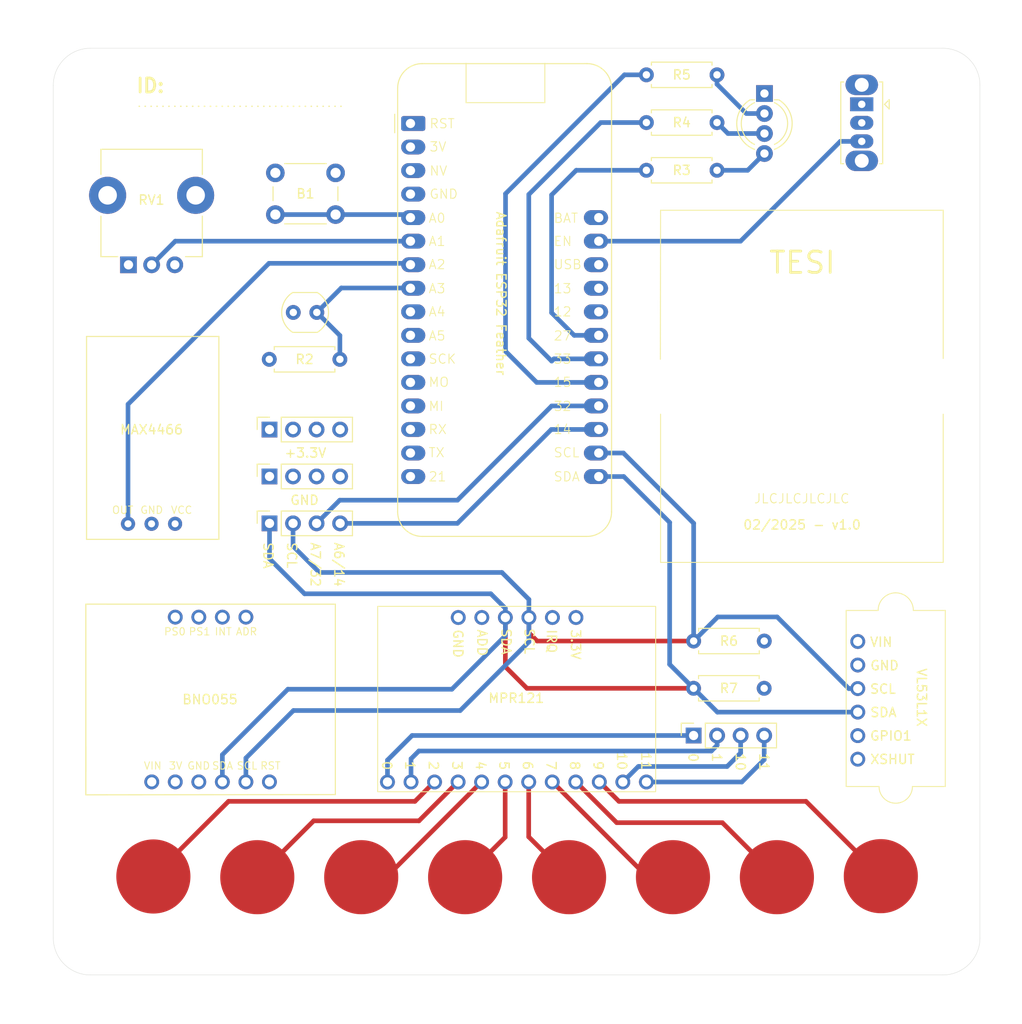
<source format=kicad_pcb>
(kicad_pcb (version 20240108) (generator "pcbnew") (generator_version "8.0")
  (layers (0 "F.Cu" signal) (31 "B.Cu" signal) (34 "B.Paste" user) (35 "F.Paste" user) (36 "B.SilkS" user "B.Silkscreen") (37 "F.SilkS" user "F.Silkscreen") (38 "B.Mask" user) (39 "F.Mask" user) (44 "Edge.Cuts" user))
  (net 0 "")
  (net 2 "Net-(A2-I34{slash}A2)")
  (net 9 "Net-(A2-A9{slash}IO33)")
  (net 10 "+3.3V")
  (net 13 "Net-(A2-A8{slash}IO15)")
  (net 15 "Net-(A2-A10{slash}IO27)")
  (net 16 "Net-(A2-EN)")
  (net 19 "Net-(D1-RK)")
  (net 20 "Net-(D1-BK)")
  (net 21 "SDA")
  (net 22 "SCL")
  (net 23 "Net-(D1-GK)")
  (net 24 "GND")
  (net 27 "Net-(A2-DAC1{slash}A1)")
  (net 28 "Net-(A2-I39{slash}A3)")
  (net 29 "Net-(U3-ELE2)")
  (net 30 "Net-(U3-ELE3)")
  (net 31 "Net-(U3-LED0{slash}ELE4)")
  (net 32 "Net-(U3-LED1{slash}ELE5)")
  (net 33 "Net-(U3-LED2{slash}ELE6)")
  (net 34 "Net-(U3-LED3{slash}ELE7)")
  (net 41 "Net-(J4-Pin_1)")
  (net 42 "Net-(J4-Pin_2)")
  (net 43 "Net-(J4-Pin_3)")
  (net 44 "Net-(J4-Pin_4)")
  (net 45 "Net-(U3-LED4{slash}ELE8)")
  (net 46 "Net-(U3-LED5{slash}ELE9)")
  (net 49 "Net-(A2-DAC2{slash}A0)")
  (net 50 "Net-(A2-A6{slash}IO14)")
  (net 53 "Net-(A2-A7{slash}IO32)")
  (footprint "Resistor_THT:R_Axial_DIN0207_L6.3mm_D2.5mm_P7.62mm_Horizontal" (layer "F.Cu") (at 122.283759 41.140485 180)
    (property "Reference" "R4" (at 3.81 0 0) (layer "F.SilkS"))
    (property "Value" "220Ω")
    (pad "1" thru_hole circle (at 0 0 180) (size 1.6 1.6) (drill 0.8) (layers "*.Cu" "*.Mask") (net 23 "Net-(D1-GK)"))
    (pad "2" thru_hole oval (at 7.62 0 180) (size 1.6 1.6) (drill 0.8) (layers "*.Cu" "*.Mask") (net 9 "Net-(A2-A9{slash}IO33)"))
  )
  (footprint "tesi:Adafruit ESP32 Feather" (layer "F.Cu") (at 89.203759 41.240485)
    (property "Reference" "A2" (hide yes))
    (property "Value" "Adafruit Feather HUZZAH32" (hide yes))
    (fp_text user "13" (at 15.4 18.4 0) (layer "F.SilkS") (effects (font (thickness 0.1)) (justify left bottom)))
    (fp_text user "SCK" (at 1.9 26 0) (layer "F.SilkS") (effects (font (thickness 0.1)) (justify left bottom)))
    (fp_text user "21" (at 1.9 38.7 0) (layer "F.SilkS") (effects (font (thickness 0.1)) (justify left bottom)))
    (fp_text user "12" (at 15.4 20.9 0) (layer "F.SilkS") (effects (font (thickness 0.1)) (justify left bottom)))
    (fp_text user "A3" (at 1.9 18.4 0) (layer "F.SilkS") (effects (font (thickness 0.1)) (justify left bottom)))
    (fp_text user "3V" (at 2 3.1 0) (layer "F.SilkS") (effects (font (thickness 0.1)) (justify left bottom)))
    (fp_text user "TX" (at 1.9 36.1 0) (layer "F.SilkS") (effects (font (thickness 0.1)) (justify left bottom)))
    (fp_text user "A2" (at 1.9 15.8 0) (layer "F.SilkS") (effects (font (thickness 0.1)) (justify left bottom)))
    (fp_text user "SDA" (at 15.4 38.7 0) (layer "F.SilkS") (effects (font (thickness 0.1)) (justify left bottom)))
    (fp_text user "A4" (at 1.9 20.9 0) (layer "F.SilkS") (effects (font (thickness 0.1)) (justify left bottom)))
    (fp_text user "A5" (at 1.9 23.5 0) (layer "F.SilkS") (effects (font (thickness 0.1)) (justify left bottom)))
    (fp_text user "USB" (at 15.4 15.8 0) (layer "F.SilkS") (effects (font (thickness 0.1)) (justify left bottom)))
    (fp_text user "14" (at 15.4 33.6 0) (layer "F.SilkS") (effects (font (thickness 0.1)) (justify left bottom)))
    (fp_text user "A0" (at 1.9 10.8 0) (layer "F.SilkS") (effects (font (thickness 0.1)) (justify left bottom)))
    (fp_text user "33" (at 15.4 26 0) (layer "F.SilkS") (effects (font (thickness 0.1)) (justify left bottom)))
    (fp_text user "SCL" (at 15.4 36.1 0) (layer "F.SilkS") (effects (font (thickness 0.1)) (justify left bottom)))
    (fp_text user "27" (at 15.4 23.5 0) (layer "F.SilkS") (effects (font (thickness 0.1)) (justify left bottom)))
    (fp_text user "32" (at 15.4 31.1 0) (layer "F.SilkS") (effects (font (thickness 0.1)) (justify left bottom)))
    (fp_text user "BAT" (at 15.4 10.8 0) (layer "F.SilkS") (effects (font (thickness 0.1)) (justify left bottom)))
    (fp_text user "GND" (at 2 8.2 0) (layer "F.SilkS") (effects (font (thickness 0.1)) (justify left bottom)))
    (fp_text user "RST" (at 2 0.6 0) (layer "F.SilkS") (effects (font (thickness 0.1)) (justify left bottom)))
    (fp_text user "NV" (at 2 5.7 0) (layer "F.SilkS") (effects (font (thickness 0.1)) (justify left bottom)))
    (fp_text user "MI" (at 1.9 31.1 0) (layer "F.SilkS") (effects (font (thickness 0.1)) (justify left bottom)))
    (fp_text user "A1" (at 1.9 13.3 0) (layer "F.SilkS") (effects (font (thickness 0.1)) (justify left bottom)))
    (fp_text user "RX" (at 1.9 33.6 0) (layer "F.SilkS") (effects (font (thickness 0.1)) (justify left bottom)))
    (fp_text user "15" (at 15.4 28.5 0) (layer "F.SilkS") (effects (font (thickness 0.1)) (justify left bottom)))
    (fp_text user "EN" (at 15.4 13.3 0) (layer "F.SilkS") (effects (font (thickness 0.1)) (justify left bottom)))
    (fp_text user "MO" (at 1.9 28.5 0) (layer "F.SilkS") (effects (font (thickness 0.1)) (justify left bottom)))
    (pad "1" thru_hole roundrect (at 0 0) (size 2.6 1.6) (drill 1 (offset 0.3 0)) (layers "*.Cu" "*.Mask") (roundrect_rratio 0.15625))
    (pad "2" thru_hole oval (at 0 2.54) (size 2.6 1.6) (drill 1 (offset 0.3 0)) (layers "*.Cu" "*.Mask") (net 10 "+3.3V"))
    (pad "3" thru_hole oval (at 0 5.08) (size 2.6 1.6) (drill 1 (offset 0.3 0)) (layers "*.Cu" "*.Mask"))
    (pad "4" thru_hole oval (at 0 7.62) (size 2.6 1.6) (drill 1 (offset 0.3 0)) (layers "*.Cu" "*.Mask") (net 24 "GND"))
    (pad "5" thru_hole oval (at 0 10.16) (size 2.6 1.6) (drill 1 (offset 0.3 0)) (layers "*.Cu" "*.Mask") (net 49 "Net-(A2-DAC2{slash}A0)"))
    (pad "6" thru_hole oval (at 0 12.7) (size 2.6 1.6) (drill 1 (offset 0.3 0)) (layers "*.Cu" "*.Mask") (net 27 "Net-(A2-DAC1{slash}A1)"))
    (pad "7" thru_hole oval (at 0 15.24) (size 2.6 1.6) (drill 1 (offset 0.3 0)) (layers "*.Cu" "*.Mask") (net 2 "Net-(A2-I34{slash}A2)"))
    (pad "8" thru_hole oval (at 0 17.78) (size 2.6 1.6) (drill 1 (offset 0.3 0)) (layers "*.Cu" "*.Mask") (net 28 "Net-(A2-I39{slash}A3)"))
    (pad "9" thru_hole oval (at 0 20.32) (size 2.6 1.6) (drill 1 (offset 0.3 0)) (layers "*.Cu" "*.Mask"))
    (pad "10" thru_hole oval (at 0 22.86) (size 2.6 1.6) (drill 1 (offset 0.3 0)) (layers "*.Cu" "*.Mask"))
    (pad "11" thru_hole oval (at 0 25.4) (size 2.6 1.6) (drill 1 (offset 0.3 0)) (layers "*.Cu" "*.Mask"))
    (pad "12" thru_hole oval (at 0 27.94) (size 2.6 1.6) (drill 1 (offset 0.3 0)) (layers "*.Cu" "*.Mask"))
    (pad "13" thru_hole oval (at 0 30.48) (size 2.6 1.6) (drill 1 (offset 0.3 0)) (layers "*.Cu" "*.Mask"))
    (pad "14" thru_hole oval (at 0 33.02) (size 2.6 1.6) (drill 1 (offset 0.3 0)) (layers "*.Cu" "*.Mask"))
    (pad "15" thru_hole oval (at 0 35.56) (size 2.6 1.6) (drill 1 (offset 0.3 0)) (layers "*.Cu" "*.Mask"))
    (pad "16" thru_hole oval (at 0 38.1) (size 2.6 1.6) (drill 1 (offset 0.3 0)) (layers "*.Cu" "*.Mask"))
    (pad "17" thru_hole oval (at 20.32 38.1 180) (size 2.6 1.6) (drill 1 (offset 0.3 0)) (layers "*.Cu" "*.Mask") (net 21 "SDA"))
    (pad "18" thru_hole oval (at 20.32 35.56 180) (size 2.6 1.6) (drill 1 (offset 0.3 0)) (layers "*.Cu" "*.Mask") (net 22 "SCL"))
    (pad "19" thru_hole oval (at 20.32 33.02 180) (size 2.6 1.6) (drill 1 (offset 0.3 0)) (layers "*.Cu" "*.Mask") (net 50 "Net-(A2-A6{slash}IO14)"))
    (pad "20" thru_hole oval (at 20.32 30.48 180) (size 2.6 1.6) (drill 1 (offset 0.3 0)) (layers "*.Cu" "*.Mask") (net 53 "Net-(A2-A7{slash}IO32)"))
    (pad "21" thru_hole oval (at 20.32 27.94 180) (size 2.6 1.6) (drill 1 (offset 0.3 0)) (layers "*.Cu" "*.Mask") (net 13 "Net-(A2-A8{slash}IO15)"))
    (pad "22" thru_hole oval (at 20.32 25.4 180) (size 2.6 1.6) (drill 1 (offset 0.3 0)) (layers "*.Cu" "*.Mask") (net 9 "Net-(A2-A9{slash}IO33)"))
    (pad "23" thru_hole oval (at 20.32 22.86 180) (size 2.6 1.6) (drill 1 (offset 0.3 0)) (layers "*.Cu" "*.Mask") (net 15 "Net-(A2-A10{slash}IO27)"))
    (pad "24" thru_hole oval (at 20.32 20.32 180) (size 2.6 1.6) (drill 1 (offset 0.3 0)) (layers "*.Cu" "*.Mask"))
    (pad "25" thru_hole oval (at 20.32 17.78 180) (size 2.6 1.6) (drill 1 (offset 0.3 0)) (layers "*.Cu" "*.Mask"))
    (pad "26" thru_hole oval (at 20.32 15.24 180) (size 2.6 1.6) (drill 1 (offset 0.3 0)) (layers "*.Cu" "*.Mask"))
    (pad "27" thru_hole oval (at 20.32 12.7 180) (size 2.6 1.6) (drill 1 (offset 0.3 0)) (layers "*.Cu" "*.Mask") (net 16 "Net-(A2-EN)"))
    (pad "28" thru_hole oval (at 20.32 10.16 180) (size 2.6 1.6) (drill 1 (offset 0.3 0)) (layers "*.Cu" "*.Mask"))
  )
  (footprint "tesi:TouchPad - 4.0mm" (layer "F.Cu") (at 61.461335 122.498532 180)
    (property "Reference" "TP1" (hide yes))
    (property "Value" "TestPoint")
    (pad "1" smd circle (at 0 0 180) (size 8 8) (layers "F.Cu" "F.Mask") (net 29 "Net-(U3-ELE2)"))
  )
  (footprint "tesi:BNO055" (layer "F.Cu") (at 54.173459 93.239108)
    (property "Reference" "U2" (hide yes))
    (property "Value" "BNO055" (at 13.4003 10.16 180) (layer "F.SilkS"))
    (fp_text user "PS1" (at 11.049 3.302 0) (layer "F.SilkS") (effects (font (size 0.8 0.8) (thickness 0.1)) (justify left bottom)))
    (fp_text user "PS0" (at 8.382 3.302 0) (layer "F.SilkS") (effects (font (size 0.8 0.8) (thickness 0.1)) (justify left bottom)))
    (fp_text user "SDA" (at 13.5636 17.78 0) (layer "F.SilkS") (effects (font (size 0.8 0.8) (thickness 0.1)) (justify left bottom)))
    (fp_text user "3V" (at 8.9 17.78 0) (layer "F.SilkS") (effects (font (size 0.8 0.8) (thickness 0.1)) (justify left bottom)))
    (fp_text user "VIN" (at 6.2 17.78 0) (layer "F.SilkS") (effects (font (size 0.8 0.8) (thickness 0.1)) (justify left bottom)))
    (fp_text user "ADR" (at 16.129 3.302 0) (layer "F.SilkS") (effects (font (size 0.8 0.8) (thickness 0.1)) (justify left bottom)))
    (fp_text user "INT" (at 13.843 3.302 0) (layer "F.SilkS") (effects (font (size 0.8 0.8) (thickness 0.1)) (justify left bottom)))
    (fp_text user "GND" (at 10.895 17.78 0) (layer "F.SilkS") (effects (font (size 0.8 0.8) (thickness 0.1)) (justify left bottom)))
    (fp_text user "RST" (at 18.769 17.78 0) (layer "F.SilkS") (effects (font (size 0.8 0.8) (thickness 0.1)) (justify left bottom)))
    (fp_text user "SCL" (at 16.229 17.78 0) (layer "F.SilkS") (effects (font (size 0.8 0.8) (thickness 0.1)) (justify left bottom)))
    (pad "2" thru_hole oval (at 12.192 19.05 90) (size 1.6 1.6) (drill 1) (layers "*.Cu" "*.Mask") (net 24 "GND"))
    (pad "3" thru_hole oval (at 7.112 19.05 90) (size 1.6 1.6) (drill 1) (layers "*.Cu" "*.Mask") (net 10 "+3.3V"))
    (pad "4" thru_hole oval (at 9.652 19.05 90) (size 1.6 1.6) (drill 1) (layers "*.Cu" "*.Mask"))
    (pad "5" thru_hole oval (at 12.192 1.27 90) (size 1.6 1.6) (drill 1) (layers "*.Cu" "*.Mask"))
    (pad "6" thru_hole oval (at 9.652 1.27 90) (size 1.6 1.6) (drill 1) (layers "*.Cu" "*.Mask"))
    (pad "11" thru_hole oval (at 19.812 19.05 90) (size 1.6 1.6) (drill 1) (layers "*.Cu" "*.Mask"))
    (pad "14" thru_hole oval (at 14.732 1.27 90) (size 1.6 1.6) (drill 1) (layers "*.Cu" "*.Mask"))
    (pad "17" thru_hole oval (at 17.272 1.27 90) (size 1.6 1.6) (drill 1) (layers "*.Cu" "*.Mask"))
    (pad "19" thru_hole oval (at 17.272 19.05 90) (size 1.6 1.6) (drill 1) (layers "*.Cu" "*.Mask") (net 22 "SCL"))
    (pad "20" thru_hole oval (at 14.732 19.05 90) (size 1.6 1.6) (drill 1) (layers "*.Cu" "*.Mask") (net 21 "SDA"))
  )
  (footprint "Resistor_THT:R_Axial_DIN0207_L6.3mm_D2.5mm_P7.62mm_Horizontal" (layer "F.Cu") (at 127.373759 102.190485 180)
    (property "Reference" "R7" (at 3.81 0 0) (layer "F.SilkS"))
    (property "Value" "4.7K")
    (pad "1" thru_hole circle (at 0 0 180) (size 1.6 1.6) (drill 0.8) (layers "*.Cu" "*.Mask") (net 10 "+3.3V"))
    (pad "2" thru_hole oval (at 7.62 0 180) (size 1.6 1.6) (drill 0.8) (layers "*.Cu" "*.Mask") (net 21 "SDA"))
  )
  (footprint "tesi:MPR121" (layer "F.Cu") (at 100.563759 103.350485)
    (property "Reference" "U3" (hide yes))
    (property "Value" "MPR121")
    (fp_text user "11" (at 13.473 5.65 -90) (layer "F.SilkS") (effects (justify left bottom)))
    (fp_text user "5" (at -1.84 6.6 -90) (layer "F.SilkS") (effects (justify left bottom)))
    (fp_text user "3" (at -6.92 6.6 -90) (layer "F.SilkS") (effects (justify left bottom)))
    (fp_text user "GND" (at -6.82 -7.6 -90) (layer "F.SilkS") (effects (justify left bottom)))
    (fp_text user "SCL" (at 0.88 -7.706 -90) (layer "F.SilkS") (effects (justify left bottom)))
    (fp_text user "1" (at -12 6.6 -90) (layer "F.SilkS") (effects (justify left bottom)))
    (fp_text user "3.3V" (at 5.88 -7.6 -90) (layer "F.SilkS") (effects (justify left bottom)))
    (fp_text user "IRQ" (at 3.28 -7.6 -90) (layer "F.SilkS") (effects (justify left bottom)))
    (fp_text user "6" (at 0.7 6.6 -90) (layer "F.SilkS") (effects (justify left bottom)))
    (fp_text user "7" (at 3.24 6.6 -90) (layer "F.SilkS") (effects (justify left bottom)))
    (fp_text user "0" (at -14.488 6.6 -90) (layer "F.SilkS") (effects (justify left bottom)))
    (fp_text user "SDA" (at -1.62 -7.7 -90) (layer "F.SilkS") (effects (justify left bottom)))
    (fp_text user "9" (at 8.32 6.6 -90) (layer "F.SilkS") (effects (justify left bottom)))
    (fp_text user "4" (at -4.38 6.6 -90) (layer "F.SilkS") (effects (justify left bottom)))
    (fp_text user "ADD" (at -4.22 -7.6 -90) (layer "F.SilkS") (effects (justify left bottom)))
    (fp_text user "10" (at 10.86 5.65 -90) (layer "F.SilkS") (effects (justify left bottom)))
    (fp_text user "2" (at -9.46 6.6 -90) (layer "F.SilkS") (effects (justify left bottom)))
    (fp_text user "8" (at 5.78 6.6 -90) (layer "F.SilkS") (effects (justify left bottom)))
    (pad "1" thru_hole oval (at -6.2 -8.8 270) (size 1.6 1.6) (drill 1) (layers "*.Cu" "*.Mask") (net 24 "GND"))
    (pad "2" thru_hole oval (at -3.66 -8.8 270) (size 1.6 1.6) (drill 1) (layers "*.Cu" "*.Mask"))
    (pad "3" thru_hole oval (at -1.12 -8.8 270) (size 1.6 1.6) (drill 1) (layers "*.Cu" "*.Mask") (net 21 "SDA"))
    (pad "4" thru_hole oval (at 1.42 -8.8 270) (size 1.6 1.6) (drill 1) (layers "*.Cu" "*.Mask") (net 22 "SCL"))
    (pad "5" thru_hole oval (at 3.96 -8.8 270) (size 1.6 1.6) (drill 1) (layers "*.Cu" "*.Mask"))
    (pad "6" thru_hole oval (at 6.5 -8.8 270) (size 1.6 1.6) (drill 1) (layers "*.Cu" "*.Mask") (net 10 "+3.3V"))
    (pad "8" thru_hole oval (at -13.84 8.95 270) (size 1.6 1.6) (drill 1) (layers "*.Cu" "*.Mask") (net 41 "Net-(J4-Pin_1)"))
    (pad "9" thru_hole oval (at -11.3 8.95 270) (size 1.6 1.6) (drill 1) (layers "*.Cu" "*.Mask") (net 42 "Net-(J4-Pin_2)"))
    (pad "10" thru_hole oval (at -8.76 8.95 270) (size 1.6 1.6) (drill 1) (layers "*.Cu" "*.Mask") (net 29 "Net-(U3-ELE2)"))
    (pad "11" thru_hole oval (at -6.22 8.95 270) (size 1.6 1.6) (drill 1) (layers "*.Cu" "*.Mask") (net 30 "Net-(U3-ELE3)"))
    (pad "12" thru_hole oval (at -3.68 8.95 270) (size 1.6 1.6) (drill 1) (layers "*.Cu" "*.Mask") (net 31 "Net-(U3-LED0{slash}ELE4)"))
    (pad "13" thru_hole oval (at -1.14 8.95 270) (size 1.6 1.6) (drill 1) (layers "*.Cu" "*.Mask") (net 32 "Net-(U3-LED1{slash}ELE5)"))
    (pad "14" thru_hole oval (at 1.4 8.95 270) (size 1.6 1.6) (drill 1) (layers "*.Cu" "*.Mask") (net 33 "Net-(U3-LED2{slash}ELE6)"))
    (pad "15" thru_hole oval (at 3.94 8.95 270) (size 1.6 1.6) (drill 1) (layers "*.Cu" "*.Mask") (net 34 "Net-(U3-LED3{slash}ELE7)"))
    (pad "16" thru_hole oval (at 6.48 8.95 270) (size 1.6 1.6) (drill 1) (layers "*.Cu" "*.Mask") (net 45 "Net-(U3-LED4{slash}ELE8)"))
    (pad "17" thru_hole oval (at 9.02 8.95 270) (size 1.6 1.6) (drill 1) (layers "*.Cu" "*.Mask") (net 46 "Net-(U3-LED5{slash}ELE9)"))
    (pad "18" thru_hole oval (at 11.56 8.95 270) (size 1.6 1.6) (drill 1) (layers "*.Cu" "*.Mask") (net 43 "Net-(J4-Pin_3)"))
    (pad "19" thru_hole oval (at 14.1 8.95 270) (size 1.6 1.6) (drill 1) (layers "*.Cu" "*.Mask") (net 44 "Net-(J4-Pin_4)"))
  )
  (footprint "OptoDevice:R_LDR_4.9x4.2mm_P2.54mm_Vertical" (layer "F.Cu") (at 79.098096 61.630485 180)
    (property "Reference" "R1" (hide yes))
    (property "Value" "LDR")
    (pad "1" thru_hole circle (at 0 0 180) (size 1.6 1.6) (drill 0.8) (layers "*.Cu" "*.Mask") (net 28 "Net-(A2-I39{slash}A3)"))
    (pad "2" thru_hole circle (at 2.54 0 180) (size 1.6 1.6) (drill 0.8) (layers "*.Cu" "*.Mask") (net 10 "+3.3V"))
  )
  (footprint "tesi:TouchPad - 4.0mm" (layer "F.Cu") (at 106.318435 122.574832)
    (property "Reference" "TP5" (hide yes))
    (property "Value" "TestPoint")
    (pad "1" smd circle (at 0 0) (size 8 8) (layers "F.Cu" "F.Mask") (net 33 "Net-(U3-LED2{slash}ELE6)"))
  )
  (footprint "tesi:VL53L1X" (layer "F.Cu") (at 141.521455 103.290485 -90)
    (property "Reference" "U4" (hide yes))
    (property "Value" "VL53L1CX")
    (fp_text user "XSHUT" (at 7.15 2.777696 0) (layer "F.SilkS") (effects (justify left bottom)))
    (fp_text user "SDA" (at 2.09 2.777696 0) (layer "F.SilkS") (effects (justify left bottom)))
    (fp_text user "VIN" (at -5.5 2.807696 0) (layer "F.SilkS") (effects (justify left bottom)))
    (fp_text user "GND" (at -2.97 2.777696 0) (layer "F.SilkS") (effects (justify left bottom)))
    (fp_text user "SCL" (at -0.44 2.807696 0) (layer "F.SilkS") (effects (justify left bottom)))
    (fp_text user "GPIO1" (at 4.62 2.807696 0) (layer "F.SilkS") (effects (justify left bottom)))
    (pad "1" thru_hole oval (at -6.15 4.047696) (size 1.6 1.6) (drill 1) (layers "*.Cu" "*.Mask") (net 10 "+3.3V"))
    (pad "2" thru_hole oval (at -3.61 4.047696) (size 1.6 1.6) (drill 1) (layers "*.Cu" "*.Mask") (net 24 "GND"))
    (pad "3" thru_hole oval (at -1.07 4.047696) (size 1.6 1.6) (drill 1) (layers "*.Cu" "*.Mask") (net 22 "SCL"))
    (pad "4" thru_hole oval (at 1.47 4.047696) (size 1.6 1.6) (drill 1) (layers "*.Cu" "*.Mask") (net 21 "SDA"))
    (pad "5" thru_hole oval (at 4.01 4.047696) (size 1.6 1.6) (drill 1) (layers "*.Cu" "*.Mask"))
    (pad "6" thru_hole oval (at 6.55 4.047696) (size 1.6 1.6) (drill 1) (layers "*.Cu" "*.Mask"))
  )
  (footprint "Resistor_THT:R_Axial_DIN0207_L6.3mm_D2.5mm_P7.62mm_Horizontal" (layer "F.Cu") (at 127.383759 97.090485 180)
    (property "Reference" "R6" (at 3.81 0 0) (layer "F.SilkS"))
    (property "Value" "4.7K")
    (pad "1" thru_hole circle (at 0 0 180) (size 1.6 1.6) (drill 0.8) (layers "*.Cu" "*.Mask") (net 10 "+3.3V"))
    (pad "2" thru_hole oval (at 7.62 0 180) (size 1.6 1.6) (drill 0.8) (layers "*.Cu" "*.Mask") (net 22 "SCL"))
  )
  (footprint "tesi:MountingHole_3.2mm_M3" (layer "F.Cu") (at 116.109802 69.648097)
    (property "Reference" "H5" (hide yes))
    (property "Value" "3.2mm - Battery")
    (pad "" np_thru_hole circle (at 0 0) (size 3.2 3.2) (drill 3.2) (layers "*.Cu" "*.Mask"))
  )
  (footprint "tesi:TouchPad - 4.0mm" (layer "F.Cu") (at 128.747035 122.574832)
    (property "Reference" "TP7" (hide yes))
    (property "Value" "TestPoint")
    (pad "1" smd circle (at 0 0) (size 8 8) (layers "F.Cu" "F.Mask") (net 45 "Net-(U3-LED4{slash}ELE8)"))
  )
  (footprint "Resistor_THT:R_Axial_DIN0207_L6.3mm_D2.5mm_P7.62mm_Horizontal" (layer "F.Cu") (at 122.283759 35.990485 180)
    (property "Reference" "R5" (at 3.81 0 0) (layer "F.SilkS"))
    (property "Value" "220Ω")
    (pad "1" thru_hole circle (at 0 0 180) (size 1.6 1.6) (drill 0.8) (layers "*.Cu" "*.Mask") (net 19 "Net-(D1-RK)"))
    (pad "2" thru_hole oval (at 7.62 0 180) (size 1.6 1.6) (drill 0.8) (layers "*.Cu" "*.Mask") (net 13 "Net-(A2-A8{slash}IO15)"))
  )
  (footprint "Connector_PinSocket_2.54mm:PinSocket_1x04_P2.54mm_Vertical" (layer "F.Cu") (at 73.993759 79.327985 90)
    (property "Reference" "GND" (at -2.5625 3.78 0) (layer "F.SilkS"))
    (property "Value" "Conn_01x04_Pin")
    (pad "1" thru_hole rect (at 0 0 90) (size 1.7 1.7) (drill 1) (layers "*.Cu" "*.Mask") (net 24 "GND"))
    (pad "2" thru_hole oval (at 0 2.54 90) (size 1.7 1.7) (drill 1) (layers "*.Cu" "*.Mask") (net 24 "GND"))
    (pad "3" thru_hole oval (at 0 5.08 90) (size 1.7 1.7) (drill 1) (layers "*.Cu" "*.Mask") (net 24 "GND"))
    (pad "4" thru_hole oval (at 0 7.62 90) (size 1.7 1.7) (drill 1) (layers "*.Cu" "*.Mask") (net 24 "GND"))
  )
  (footprint "Connector_PinSocket_2.54mm:PinSocket_1x04_P2.54mm_Vertical" (layer "F.Cu") (at 73.993759 74.265485 90)
    (property "Reference" "+3.3V" (at -2.525 3.88 0) (layer "F.SilkS"))
    (property "Value" "Conn_01x04_Pin")
    (pad "1" thru_hole rect (at 0 0 90) (size 1.7 1.7) (drill 1) (layers "*.Cu" "*.Mask") (net 10 "+3.3V"))
    (pad "2" thru_hole oval (at 0 2.54 90) (size 1.7 1.7) (drill 1) (layers "*.Cu" "*.Mask") (net 10 "+3.3V"))
    (pad "3" thru_hole oval (at 0 5.08 90) (size 1.7 1.7) (drill 1) (layers "*.Cu" "*.Mask") (net 10 "+3.3V"))
    (pad "4" thru_hole oval (at 0 7.62 90) (size 1.7 1.7) (drill 1) (layers "*.Cu" "*.Mask") (net 10 "+3.3V"))
  )
  (footprint "tesi:TouchPad - 4.0mm" (layer "F.Cu") (at 72.675635 122.574832 180)
    (property "Reference" "TP2" (hide yes))
    (property "Value" "TestPoint")
    (pad "1" smd circle (at 0 0 180) (size 8 8) (layers "F.Cu" "F.Mask") (net 30 "Net-(U3-ELE3)"))
  )
  (footprint "Button_Switch_THT:SW_Slide_SPDT_Straight_CK_OS102011MS2Q" (layer "F.Cu") (at 137.903759 39.170485 -90)
    (property "Reference" "SW1" (hide yes))
    (property "Value" "POWER")
    (pad "" thru_hole oval (at -2.1 0 270) (size 2.2 3.5) (drill 1.5) (layers "*.Cu" "*.Mask"))
    (pad "" thru_hole oval (at 6.1 0 270) (size 2.2 3.5) (drill 1.5) (layers "*.Cu" "*.Mask"))
    (pad "1" thru_hole rect (at 0 0 270) (size 1.5 2.5) (drill 0.8) (layers "*.Cu" "*.Mask"))
    (pad "2" thru_hole oval (at 2 0 270) (size 1.5 2.5) (drill 0.8) (layers "*.Cu" "*.Mask") (net 24 "GND"))
    (pad "3" thru_hole oval (at 4 0 270) (size 1.5 2.5) (drill 0.8) (layers "*.Cu" "*.Mask") (net 16 "Net-(A2-EN)"))
  )
  (footprint "tesi:TouchPad - 4.0mm" (layer "F.Cu") (at 117.532735 122.574832)
    (property "Reference" "TP6" (hide yes))
    (property "Value" "TestPoint")
    (pad "1" smd circle (at 0 0) (size 8 8) (layers "F.Cu" "F.Mask") (net 34 "Net-(U3-LED3{slash}ELE7)"))
  )
  (footprint "tesi:MAX4466" (layer "F.Cu") (at 61.263759 74.280485)
    (property "Reference" "U1" (hide yes))
    (property "Value" "MAX4466" (at 0 0 0) (layer "F.SilkS"))
    (fp_text user "VCC" (at 2.032 9.144 0) (layer "F.SilkS") (effects (font (size 0.8 0.8) (thickness 0.1)) (justify left bottom)))
    (fp_text user "OUT" (at -4.318 9.144 0) (layer "F.SilkS") (effects (font (size 0.8 0.8) (thickness 0.1)) (justify left bottom)))
    (fp_text user "GND" (at -1.27 9.144 0) (layer "F.SilkS") (effects (font (size 0.8 0.8) (thickness 0.1)) (justify left bottom)))
    (pad "1" thru_hole circle (at 2.54 10.16) (size 1.524 1.524) (drill 0.762) (layers "*.Cu" "*.Mask") (net 10 "+3.3V"))
    (pad "2" thru_hole circle (at 0 10.16) (size 1.524 1.524) (drill 0.762) (layers "*.Cu" "*.Mask") (net 24 "GND"))
    (pad "3" thru_hole circle (at -2.54 10.16) (size 1.524 1.524) (drill 0.762) (layers "*.Cu" "*.Mask") (net 2 "Net-(A2-I34{slash}A2)"))
  )
  (footprint "Connector_PinSocket_2.54mm:PinSocket_1x04_P2.54mm_Vertical" (layer "F.Cu") (at 73.993759 84.390485 90)
    (property "Reference" "J3" (hide yes))
    (property "Value" "Conn_01x04_Pin")
    (pad "1" thru_hole rect (at 0 0 90) (size 1.7 1.7) (drill 1) (layers "*.Cu" "*.Mask") (net 21 "SDA"))
    (pad "2" thru_hole oval (at 0 2.54 90) (size 1.7 1.7) (drill 1) (layers "*.Cu" "*.Mask") (net 22 "SCL"))
    (pad "3" thru_hole oval (at 0 5.08 90) (size 1.7 1.7) (drill 1) (layers "*.Cu" "*.Mask") (net 53 "Net-(A2-A7{slash}IO32)"))
    (pad "4" thru_hole oval (at 0 7.62 90) (size 1.7 1.7) (drill 1) (layers "*.Cu" "*.Mask") (net 50 "Net-(A2-A6{slash}IO14)"))
  )
  (footprint "LED_THT:LED_D5.0mm-4_RGB_Wide_Pins" (layer "F.Cu") (at 127.403759 38.005485 -90)
    (property "Reference" "D1" (hide yes))
    (property "Value" "RGB LED")
    (pad "1" thru_hole rect (at 0 0 270) (size 1.8 1.8) (drill 0.9) (layers "*.Cu" "*.Mask") (net 10 "+3.3V"))
    (pad "2" thru_hole circle (at 2.159 0 270) (size 1.8 1.8) (drill 0.9) (layers "*.Cu" "*.Mask") (net 19 "Net-(D1-RK)"))
    (pad "3" thru_hole circle (at 4.318 0 270) (size 1.8 1.8) (drill 0.9) (layers "*.Cu" "*.Mask") (net 23 "Net-(D1-GK)"))
    (pad "4" thru_hole circle (at 6.477 0 270) (size 1.8 1.8) (drill 0.9) (layers "*.Cu" "*.Mask") (net 20 "Net-(D1-BK)"))
  )
  (footprint "Button_Switch_THT:SW_PUSH_6mm" (layer "F.Cu") (at 74.623759 46.570485)
    (property "Reference" "B1" (at 3.25 2.25 0) (layer "F.SilkS"))
    (property "Value" "~" (hide yes))
    (pad "1" thru_hole circle (at 0 0 90) (size 2 2) (drill 1.1) (layers "*.Cu" "*.Mask") (net 24 "GND"))
    (pad "1" thru_hole circle (at 6.5 0 90) (size 2 2) (drill 1.1) (layers "*.Cu" "*.Mask") (net 24 "GND"))
    (pad "2" thru_hole circle (at 0 4.5 90) (size 2 2) (drill 1.1) (layers "*.Cu" "*.Mask") (net 49 "Net-(A2-DAC2{slash}A0)"))
    (pad "2" thru_hole circle (at 6.5 4.5 90) (size 2 2) (drill 1.1) (layers "*.Cu" "*.Mask") (net 49 "Net-(A2-DAC2{slash}A0)"))
  )
  (footprint "tesi:MountingHole_3.2mm_M3" (layer "F.Cu") (at 146.639735 37.198932)
    (property "Reference" "H4" (hide yes))
    (property "Value" "3.2mm")
    (pad "" np_thru_hole circle (at 0 0) (size 3.2 3.2) (drill 3.2) (layers "*.Cu" "*.Mask"))
  )
  (footprint "tesi:MountingHole_3.2mm_M3" (layer "F.Cu") (at 54.639735 37.198932)
    (property "Reference" "H3" (hide yes))
    (property "Value" "3.2mm")
    (pad "" np_thru_hole circle (at 0 0) (size 3.2 3.2) (drill 3.2) (layers "*.Cu" "*.Mask"))
  )
  (footprint "Connector_PinSocket_2.54mm:PinSocket_1x04_P2.54mm_Vertical" (layer "F.Cu") (at 119.756025 107.28515 90)
    (property "Reference" "J4" (hide yes))
    (property "Value" "Conn_01x04_Pin")
    (pad "1" thru_hole rect (at 0 0 90) (size 1.7 1.7) (drill 1) (layers "*.Cu" "*.Mask") (net 41 "Net-(J4-Pin_1)"))
    (pad "2" thru_hole oval (at 0 2.54 90) (size 1.7 1.7) (drill 1) (layers "*.Cu" "*.Mask") (net 42 "Net-(J4-Pin_2)"))
    (pad "3" thru_hole oval (at 0 5.08 90) (size 1.7 1.7) (drill 1) (layers "*.Cu" "*.Mask") (net 43 "Net-(J4-Pin_3)"))
    (pad "4" thru_hole oval (at 0 7.62 90) (size 1.7 1.7) (drill 1) (layers "*.Cu" "*.Mask") (net 44 "Net-(J4-Pin_4)"))
  )
  (footprint "tesi:MountingHole_3.2mm_M3" (layer "F.Cu") (at 146.605778 69.60571)
    (property "Reference" "H6" (hide yes))
    (property "Value" "3.2mm - Battery")
    (pad "" np_thru_hole circle (at 0 0) (size 3.2 3.2) (drill 3.2) (layers "*.Cu" "*.Mask"))
  )
  (footprint "tesi:MountingHole_3.2mm_M3" (layer "F.Cu") (at 146.639735 129.198932)
    (property "Reference" "H2" (hide yes))
    (property "Value" "3.2mm")
    (pad "" np_thru_hole circle (at 0 0) (size 3.2 3.2) (drill 3.2) (layers "*.Cu" "*.Mask"))
  )
  (footprint "tesi:MountingHole_3.2mm_M3" (layer "F.Cu") (at 54.639735 129.198932)
    (property "Reference" "H1" (hide yes))
    (property "Value" "3.2mm")
    (pad "" np_thru_hole circle (at 0 0) (size 3.2 3.2) (drill 3.2) (layers "*.Cu" "*.Mask"))
  )
  (footprint "Resistor_THT:R_Axial_DIN0207_L6.3mm_D2.5mm_P7.62mm_Horizontal" (layer "F.Cu") (at 73.968096 66.690485)
    (property "Reference" "R2" (at 3.81 0 0) (layer "F.SilkS"))
    (property "Value" "5K")
    (pad "1" thru_hole circle (at 0 0) (size 1.6 1.6) (drill 0.8) (layers "*.Cu" "*.Mask") (net 24 "GND"))
    (pad "2" thru_hole oval (at 7.62 0) (size 1.6 1.6) (drill 0.8) (layers "*.Cu" "*.Mask") (net 28 "Net-(A2-I39{slash}A3)"))
  )
  (footprint "tesi:TouchPad - 4.0mm" (layer "F.Cu") (at 83.889935 122.574832 180)
    (property "Reference" "TP3" (hide yes))
    (property "Value" "TestPoint")
    (pad "1" smd circle (at 0 0 180) (size 8 8) (layers "F.Cu" "F.Mask") (net 31 "Net-(U3-LED0{slash}ELE4)"))
  )
  (footprint "Resistor_THT:R_Axial_DIN0207_L6.3mm_D2.5mm_P7.62mm_Horizontal" (layer "F.Cu") (at 122.283759 46.290485 180)
    (property "Reference" "R3" (at 3.81 0 0) (layer "F.SilkS"))
    (property "Value" "220Ω")
    (pad "1" thru_hole circle (at 0 0 180) (size 1.6 1.6) (drill 0.8) (layers "*.Cu" "*.Mask") (net 20 "Net-(D1-BK)"))
    (pad "2" thru_hole oval (at 7.62 0 180) (size 1.6 1.6) (drill 0.8) (layers "*.Cu" "*.Mask") (net 15 "Net-(A2-A10{slash}IO27)"))
  )
  (footprint "tesi:TouchPad - 4.0mm" (layer "F.Cu") (at 95.104235 122.574832 180)
    (property "Reference" "TP4" (hide yes))
    (property "Value" "TestPoint")
    (pad "1" smd circle (at 0 0 180) (size 8 8) (layers "F.Cu" "F.Mask") (net 32 "Net-(U3-LED1{slash}ELE5)"))
  )
  (footprint "Potentiometer_THT:Potentiometer_TT_P0915N" (layer "F.Cu") (at 58.773759 56.490485)
    (property "Reference" "RV1" (at 2.48 -6.995 0) (layer "F.SilkS"))
    (property "Value" "POT")
    (pad "" thru_hole oval (at -2.25 -7.5) (size 4 4) (drill 2) (layers "*.Cu" "*.Mask"))
    (pad "" thru_hole oval (at 7.25 -7.5) (size 4 4) (drill 2) (layers "*.Cu" "*.Mask"))
    (pad "1" thru_hole rect (at 0 0) (size 1.8 1.8) (drill 1) (layers "*.Cu" "*.Mask") (net 24 "GND"))
    (pad "2" thru_hole circle (at 2.5 0) (size 1.8 1.8) (drill 1) (layers "*.Cu" "*.Mask") (net 27 "Net-(A2-DAC1{slash}A1)"))
    (pad "3" thru_hole circle (at 5 0) (size 1.8 1.8) (drill 1) (layers "*.Cu" "*.Mask") (net 10 "+3.3V"))
  )
  (footprint "tesi:TouchPad - 4.0mm" (layer "F.Cu") (at 139.961335 122.464432)
    (property "Reference" "TP8" (hide yes))
    (property "Value" "TestPoint")
    (pad "1" smd circle (at 0 0) (size 8 8) (layers "F.Cu" "F.Mask") (net 46 "Net-(U3-LED5{slash}ELE9)"))
  )
  (footprint "tesi:Perfboard_10x10" (layer "F.Cu") (at 48.614892 31.075477)
    (property "Reference" "REF**" (hide yes))
    (property "Value" "Perfboard_10x10" (hide yes))
  )
  (gr_line (start 81.720202 39.385451) (end 59.528507 39.385451) (stroke (width 0.1524) (type dot)) (layer "F.SilkS"))
  (gr_line (start 146.693759 88.60571) (end 146.693759 72.60571) (stroke (width 0.1)) (layer "F.SilkS"))
  (gr_line (start 146.693759 50.60571) (end 146.693759 66.60571) (stroke (width 0.1)) (layer "F.SilkS"))
  (gr_line (start 116.193759 88.60571) (end 146.693759 88.60571) (stroke (width 0.1)) (layer "F.SilkS"))
  (gr_line (start 116.193759 50.60571) (end 146.693759 50.60571) (stroke (width 0.1)) (layer "F.SilkS"))
  (gr_line (start 116.193759 50.60571) (end 116.173759 66.690485) (stroke (width 0.1)) (layer "F.SilkS"))
  (gr_line (start 116.193759 88.60571) (end 116.193759 72.60571) (stroke (width 0.1)) (layer "F.SilkS"))
  (gr_line (start 50.661335 129.123932) (end 50.661335 37.123932) (stroke (width 0.0381)) (layer "Edge.Cuts"))
  (gr_line (start 54.661335 33.123932) (end 146.661335 33.123932) (stroke (width 0.0381)) (layer "Edge.Cuts"))
  (gr_arc (start 146.661335 33.123932) (mid 149.489751 34.295515) (end 150.661335 37.123932) (stroke (width 0.0381)) (layer "Edge.Cuts"))
  (gr_line (start 146.661335 133.123932) (end 54.661335 133.123932) (stroke (width 0.0381)) (layer "Edge.Cuts"))
  (gr_arc (start 50.661335 37.123932) (mid 51.8329 34.2955) (end 54.661335 33.123932) (stroke (width 0.0381)) (layer "Edge.Cuts"))
  (gr_line (start 150.661335 37.123932) (end 150.661335 129.123932) (stroke (width 0.0381)) (layer "Edge.Cuts"))
  (gr_arc (start 150.661335 129.123932) (mid 149.489741 131.952328) (end 146.661335 133.123932) (stroke (width 0.0381)) (layer "Edge.Cuts"))
  (gr_arc (start 54.661335 133.123932) (mid 51.832897 131.952369) (end 50.661335 129.123932) (stroke (width 0.0381)) (layer "Edge.Cuts"))
  (gr_text "02/2025 - v1.0" (at 131.461233 85.13369 0) (layer "F.SilkS") (effects (font (size 1 1)) (justify bottom)))
  (gr_text "0" (at 119.123759 109.090485 -90) (layer "F.SilkS") (effects (font (size 1 1)) (justify left bottom)))
  (gr_text "MPR121" (at 97.523759 103.840485 0) (layer "F.SilkS") (effects (font (size 1 1)) (justify left bottom)))
  (gr_text "10" (at 124.223759 109.090485 -90) (layer "F.SilkS") (effects (font (size 1 1)) (justify left bottom)))
  (gr_text "SDA" (at 73.258336 86.360485 -90) (layer "F.SilkS") (effects (font (size 1 1)) (justify left bottom)))
  (gr_text "A7/32" (at 78.358336 86.360485 270) (layer "F.SilkS") (effects (font (size 1 1)) (justify left bottom)))
  (gr_text "A6/14" (at 80.908336 86.360485 270) (layer "F.SilkS") (effects (font (size 1 1)) (justify left bottom)))
  (gr_text "JLCJLCJLCJLC" (at 126.2221 82.30571 0) (layer "F.SilkS") (effects (font (size 1 1) (thickness 0.1)) (justify left bottom)))
  (gr_text "1" (at 121.673759 109.090485 -90) (layer "F.SilkS") (effects (font (size 1 1)) (justify left bottom)))
  (gr_text "TESI" (at 127.728827 57.603112 0) (layer "F.SilkS") (effects (font (size 2.3 2.3) (thickness 0.3)) (justify left bottom)))
  (gr_text "Adafruit ESP32 Feather" (at 98.973759 59.590485 270) (layer "F.SilkS") (effects (font (size 1 1))))
  (gr_text "SCL" (at 75.808336 86.360485 -90) (layer "F.SilkS") (effects (font (size 1 1)) (justify left bottom)))
  (gr_text "ID:" (at 59.477197 38.035978 0) (layer "F.SilkS") (effects (font (size 1.5 1.5) (thickness 0.3) (bold yes)) (justify left bottom)))
  (gr_text "11" (at 126.773759 109.090485 -90) (layer "F.SilkS") (effects (font (size 1 1)) (justify left bottom)))
  (gr_text "VL53L1X" (at 143.773759 99.940485 -90) (layer "F.SilkS") (effects (font (size 1 1)) (justify left bottom)))
  (segment (start 73.933759 56.330485) (end 89.053759 56.330485) (width 0.5) (layer "B.Cu") (net 2))
  (segment (start 58.723759 84.440485) (end 58.723759 71.540485) (width 0.5) (layer "B.Cu") (net 2))
  (segment (start 58.723759 71.540485) (end 73.933759 56.330485) (width 0.5) (layer "B.Cu") (net 2))
  (segment (start 89.053759 56.330485) (end 89.203759 56.480485) (width 0.5) (layer "B.Cu") (net 2))
  (segment (start 104.683759 66.640485) (end 104.443759 66.880485) (width 0.5) (layer "B.Cu") (net 9))
  (segment (start 101.973759 48.900485) (end 109.733759 41.140485) (width 0.5) (layer "B.Cu") (net 9))
  (segment (start 101.973759 64.410485) (end 101.973759 48.900485) (width 0.5) (layer "B.Cu") (net 9))
  (segment (start 109.523759 66.640485) (end 104.683759 66.640485) (width 0.5) (layer "B.Cu") (net 9))
  (segment (start 109.733759 41.140485) (end 114.663759 41.140485) (width 0.5) (layer "B.Cu") (net 9))
  (segment (start 104.443759 66.880485) (end 101.973759 64.410485) (width 0.5) (layer "B.Cu") (net 9))
  (segment (start 99.463759 48.820485) (end 99.463759 65.820485) (width 0.5) (layer "B.Cu") (net 13))
  (segment (start 102.823759 69.180485) (end 109.523759 69.180485) (width 0.5) (layer "B.Cu") (net 13))
  (segment (start 112.293759 35.990485) (end 99.463759 48.820485) (width 0.5) (layer "B.Cu") (net 13))
  (segment (start 99.463759 65.820485) (end 102.823759 69.180485) (width 0.5) (layer "B.Cu") (net 13))
  (segment (start 114.663759 35.990485) (end 112.293759 35.990485) (width 0.5) (layer "B.Cu") (net 13))
  (segment (start 104.433759 48.950485) (end 107.093759 46.290485) (width 0.5) (layer "B.Cu") (net 15))
  (segment (start 109.523759 64.100485) (end 106.873759 64.100485) (width 0.5) (layer "B.Cu") (net 15))
  (segment (start 106.873759 64.100485) (end 104.433759 61.660485) (width 0.5) (layer "B.Cu") (net 15))
  (segment (start 104.433759 61.660485) (end 104.433759 48.950485) (width 0.5) (layer "B.Cu") (net 15))
  (segment (start 107.093759 46.290485) (end 114.663759 46.290485) (width 0.5) (layer "B.Cu") (net 15))
  (segment (start 135.593759 43.170485) (end 137.903759 43.170485) (width 0.5) (layer "B.Cu") (net 16))
  (segment (start 109.523759 53.940485) (end 124.823759 53.940485) (width 0.5) (layer "B.Cu") (net 16))
  (segment (start 124.823759 53.940485) (end 135.593759 43.170485) (width 0.5) (layer "B.Cu") (net 16))
  (segment (start 125.447759 40.164485) (end 122.283759 37.000485) (width 0.5) (layer "B.Cu") (net 19))
  (segment (start 122.283759 37.000485) (end 122.283759 35.990485) (width 0.5) (layer "B.Cu") (net 19))
  (segment (start 127.403759 40.164485) (end 125.447759 40.164485) (width 0.5) (layer "B.Cu") (net 19))
  (segment (start 122.283759 46.290485) (end 125.595759 46.290485) (width 0.5) (layer "B.Cu") (net 20))
  (segment (start 125.595759 46.290485) (end 127.403759 44.482485) (width 0.5) (layer "B.Cu") (net 20))
  (segment (start 101.773759 102.190485) (end 119.753759 102.190485) (width 0.5) (layer "F.Cu") (net 21))
  (segment (start 99.443759 99.860485) (end 101.773759 102.190485) (width 0.5) (layer "F.Cu") (net 21))
  (segment (start 99.443759 94.550485) (end 99.443759 99.860485) (width 0.5) (layer "F.Cu") (net 21))
  (segment (start 77.773759 91.990485) (end 73.993759 88.210485) (width 0.5) (layer "B.Cu") (net 21))
  (segment (start 117.173759 99.610485) (end 117.173759 84.290485) (width 0.5) (layer "B.Cu") (net 21))
  (segment (start 117.173759 84.290485) (end 112.223759 79.340485) (width 0.5) (layer "B.Cu") (net 21))
  (segment (start 93.673759 102.290485) (end 75.973759 102.290485) (width 0.5) (layer "B.Cu") (net 21))
  (segment (start 99.443759 96.520485) (end 93.673759 102.290485) (width 0.5) (layer "B.Cu") (net 21))
  (segment (start 73.993759 88.210485) (end 73.993759 84.390485) (width 0.5) (layer "B.Cu") (net 21))
  (segment (start 75.973759 102.290485) (end 68.905459 109.358785) (width 0.5) (layer "B.Cu") (net 21))
  (segment (start 99.443759 94.550485) (end 99.443759 96.520485) (width 0.5) (layer "B.Cu") (net 21))
  (segment (start 112.223759 79.340485) (end 109.523759 79.340485) (width 0.5) (layer "B.Cu") (net 21))
  (segment (start 119.753759 102.190485) (end 117.173759 99.610485) (width 0.5) (layer "B.Cu") (net 21))
  (segment (start 68.905459 109.358785) (end 68.905459 112.289108) (width 0.5) (layer "B.Cu") (net 21))
  (segment (start 122.323759 104.760485) (end 119.753759 102.190485) (width 0.5) (layer "B.Cu") (net 21))
  (segment (start 99.443759 94.550485) (end 99.443759 93.560485) (width 0.5) (layer "B.Cu") (net 21))
  (segment (start 99.443759 93.560485) (end 97.873759 91.990485) (width 0.5) (layer "B.Cu") (net 21))
  (segment (start 137.473759 104.760485) (end 122.323759 104.760485) (width 0.5) (layer "B.Cu") (net 21))
  (segment (start 97.873759 91.990485) (end 77.773759 91.990485) (width 0.5) (layer "B.Cu") (net 21))
  (segment (start 101.983759 94.550485) (end 101.983759 96.200485) (width 0.5) (layer "F.Cu") (net 22))
  (segment (start 101.983759 96.200485) (end 102.873759 97.090485) (width 0.5) (layer "F.Cu") (net 22))
  (segment (start 102.873759 97.090485) (end 119.763759 97.090485) (width 0.5) (layer "F.Cu") (net 22))
  (segment (start 137.473759 102.220485) (end 136.503759 102.220485) (width 0.5) (layer "B.Cu") (net 22))
  (segment (start 109.523759 76.800485) (end 112.183759 76.800485) (width 0.5) (layer "B.Cu") (net 22))
  (segment (start 94.573759 104.590485) (end 76.573759 104.590485) (width 0.5) (layer "B.Cu") (net 22))
  (segment (start 76.533759 86.850485) (end 79.373759 89.690485) (width 0.5) (layer "B.Cu") (net 22))
  (segment (start 136.503759 102.220485) (end 128.773759 94.490485) (width 0.5) (layer "B.Cu") (net 22))
  (segment (start 101.983759 97.180485) (end 94.573759 104.590485) (width 0.5) (layer "B.Cu") (net 22))
  (segment (start 122.363759 94.490485) (end 119.763759 97.090485) (width 0.5) (layer "B.Cu") (net 22))
  (segment (start 99.073759 89.690485) (end 101.983759 92.600485) (width 0.5) (layer "B.Cu") (net 22))
  (segment (start 128.773759 94.490485) (end 122.363759 94.490485) (width 0.5) (layer "B.Cu") (net 22))
  (segment (start 101.983759 94.550485) (end 101.983759 97.180485) (width 0.5) (layer "B.Cu") (net 22))
  (segment (start 112.183759 76.800485) (end 119.763759 84.380485) (width 0.5) (layer "B.Cu") (net 22))
  (segment (start 71.445459 109.718785) (end 71.445459 112.289108) (width 0.5) (layer "B.Cu") (net 22))
  (segment (start 101.983759 92.600485) (end 101.983759 94.550485) (width 0.5) (layer "B.Cu") (net 22))
  (segment (start 119.763759 84.380485) (end 119.763759 97.090485) (width 0.5) (layer "B.Cu") (net 22))
  (segment (start 79.373759 89.690485) (end 99.073759 89.690485) (width 0.5) (layer "B.Cu") (net 22))
  (segment (start 76.533759 84.390485) (end 76.533759 86.850485) (width 0.5) (layer "B.Cu") (net 22))
  (segment (start 76.573759 104.590485) (end 71.445459 109.718785) (width 0.5) (layer "B.Cu") (net 22))
  (segment (start 127.403759 42.323485) (end 123.466759 42.323485) (width 0.5) (layer "B.Cu") (net 23))
  (segment (start 123.466759 42.323485) (end 122.283759 41.140485) (width 0.5) (layer "B.Cu") (net 23))
  (segment (start 61.273759 56.490485) (end 63.823759 53.940485) (width 0.5) (layer "B.Cu") (net 27))
  (segment (start 63.823759 53.940485) (end 89.203759 53.940485) (width 0.5) (layer "B.Cu") (net 27))
  (segment (start 81.588096 64.120485) (end 79.098096 61.630485) (width 0.5) (layer "B.Cu") (net 28))
  (segment (start 89.203759 59.020485) (end 89.173759 58.990485) (width 0.5) (layer "B.Cu") (net 28))
  (segment (start 81.738096 58.990485) (end 79.098096 61.630485) (width 0.5) (layer "B.Cu") (net 28))
  (segment (start 81.588096 66.690485) (end 81.588096 64.120485) (width 0.5) (layer "B.Cu") (net 28))
  (segment (start 89.173759 58.990485) (end 81.738096 58.990485) (width 0.5) (layer "B.Cu") (net 28))
  (segment (start 69.569382 114.390485) (end 61.461335 122.498532) (width 0.5) (layer "F.Cu") (net 29))
  (segment (start 89.685921 114.390485) (end 69.569382 114.390485) (width 0.5) (layer "F.Cu") (net 29))
  (segment (start 91.803759 112.272647) (end 89.685921 114.390485) (width 0.5) (layer "F.Cu") (net 29))
  (segment (start 94.343759 112.272647) (end 90.125921 116.490485) (width 0.5) (layer "F.Cu") (net 30))
  (segment (start 90.125921 116.490485) (end 78.759982 116.490485) (width 0.5) (layer "F.Cu") (net 30))
  (segment (start 78.759982 116.490485) (end 72.675635 122.574832) (width 0.5) (layer "F.Cu") (net 30))
  (segment (start 96.883759 112.272647) (end 86.581574 122.574832) (width 0.5) (layer "F.Cu") (net 31))
  (segment (start 86.581574 122.574832) (end 83.889935 122.574832) (width 0.5) (layer "F.Cu") (net 31))
  (segment (start 99.423759 118.255308) (end 95.104235 122.574832) (width 0.5) (layer "F.Cu") (net 32))
  (segment (start 99.423759 112.272647) (end 99.423759 118.255308) (width 0.5) (layer "F.Cu") (net 32))
  (segment (start 101.963759 112.272647) (end 101.963759 118.220156) (width 0.5) (layer "F.Cu") (net 33))
  (segment (start 101.963759 118.220156) (end 106.318435 122.574832) (width 0.5) (layer "F.Cu") (net 33))
  (segment (start 114.805944 122.574832) (end 117.532735 122.574832) (width 0.5) (layer "F.Cu") (net 34))
  (segment (start 104.503759 112.272647) (end 114.805944 122.574832) (width 0.5) (layer "F.Cu") (net 34))
  (segment (start 89.379094 107.28515) (end 119.756025 107.28515) (width 0.5) (layer "B.Cu") (net 41))
  (segment (start 86.723759 112.300485) (end 86.723759 109.940485) (width 0.5) (layer "B.Cu") (net 41))
  (segment (start 86.723759 109.940485) (end 89.379094 107.28515) (width 0.5) (layer "B.Cu") (net 41))
  (segment (start 121.673759 108.956928) (end 122.296025 108.334662) (width 0.5) (layer "B.Cu") (net 42))
  (segment (start 90.107316 108.956928) (end 121.673759 108.956928) (width 0.5) (layer "B.Cu") (net 42))
  (segment (start 89.263759 112.300485) (end 89.263759 109.800485) (width 0.5) (layer "B.Cu") (net 42))
  (segment (start 122.296025 108.334662) (end 122.296025 107.28515) (width 0.5) (layer "B.Cu") (net 42))
  (segment (start 89.263759 109.800485) (end 90.107316 108.956928) (width 0.5) (layer "B.Cu") (net 42))
  (segment (start 124.836025 109.16644) (end 124.836025 107.28515) (width 0.5) (layer "B.Cu") (net 43))
  (segment (start 113.795538 110.628706) (end 113.933759 110.628706) (width 0.5) (layer "B.Cu") (net 43))
  (segment (start 112.123759 112.300485) (end 113.795538 110.628706) (width 0.5) (layer "B.Cu") (net 43))
  (segment (start 113.933759 110.628706) (end 123.373759 110.628706) (width 0.5) (layer "B.Cu") (net 43))
  (segment (start 123.373759 110.628706) (end 124.836025 109.16644) (width 0.5) (layer "B.Cu") (net 43))
  (segment (start 127.376025 109.888219) (end 127.376025 107.28515) (width 0.5) (layer "B.Cu") (net 44))
  (segment (start 124.963759 112.300485) (end 127.376025 109.888219) (width 0.5) (layer "B.Cu") (net 44))
  (segment (start 114.663759 112.300485) (end 124.963759 112.300485) (width 0.5) (layer "B.Cu") (net 44))
  (segment (start 107.043759 112.272647) (end 111.461597 116.690485) (width 0.5) (layer "F.Cu") (net 45))
  (segment (start 111.461597 116.690485) (end 122.862688 116.690485) (width 0.5) (layer "F.Cu") (net 45))
  (segment (start 122.862688 116.690485) (end 128.747035 122.574832) (width 0.5) (layer "F.Cu") (net 45))
  (segment (start 111.701597 114.390485) (end 131.887388 114.390485) (width 0.5) (layer "F.Cu") (net 46))
  (segment (start 109.583759 112.272647) (end 111.701597 114.390485) (width 0.5) (layer "F.Cu") (net 46))
  (segment (start 131.887388 114.390485) (end 139.961335 122.464432) (width 0.5) (layer "F.Cu") (net 46))
  (segment (start 81.123759 51.070485) (end 88.873759 51.070485) (width 0.5) (layer "B.Cu") (net 49))
  (segment (start 81.123759 51.070485) (end 74.623759 51.070485) (width 0.5) (layer "B.Cu") (net 49))
  (segment (start 88.873759 51.070485) (end 89.203759 51.400485) (width 0.5) (layer "B.Cu") (net 49))
  (segment (start 104.403759 74.260485) (end 109.523759 74.260485) (width 0.5) (layer "B.Cu") (net 50))
  (segment (start 81.613759 84.390485) (end 94.273759 84.390485) (width 0.5) (layer "B.Cu") (net 50))
  (segment (start 94.273759 84.390485) (end 104.403759 74.260485) (width 0.5) (layer "B.Cu") (net 50))
  (segment (start 104.443759 71.720485) (end 109.523759 71.720485) (width 0.5) (layer "B.Cu") (net 53))
  (segment (start 94.273759 81.890485) (end 104.443759 71.720485) (width 0.5) (layer "B.Cu") (net 53))
  (segment (start 81.573759 81.890485) (end 94.273759 81.890485) (width 0.5) (layer "B.Cu") (net 53))
  (segment (start 79.073759 84.390485) (end 81.573759 81.890485) (width 0.5) (layer "B.Cu") (net 53))
)
</source>
